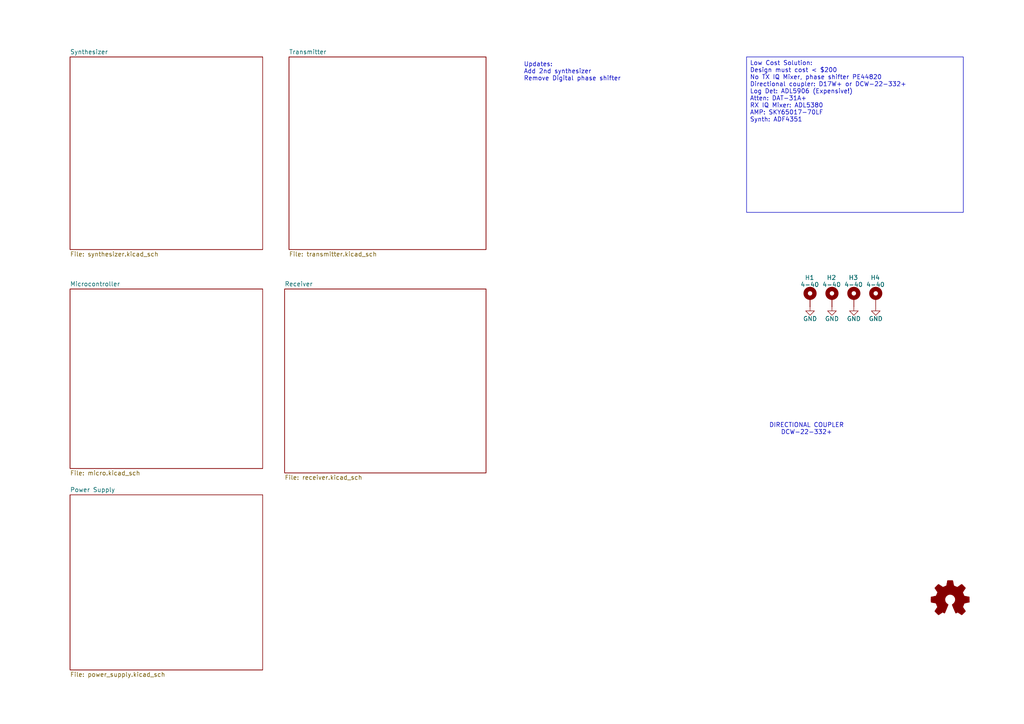
<source format=kicad_sch>
(kicad_sch (version 20231120) (generator "eeschema") (generator_version "8.0")
  (paper "A4")
  (title_block (title "openEPR S-Band Transceiver") (date "2024-03-16") (rev "v1.0") (company "openEPR") (comment 1 "Timothy Keller"))
  (lib_symbols
    (symbol "Graphic:Logo_Open_Hardware_Small" (in_bom no) (on_board no)
      (symbol "Logo_Open_Hardware_Small_0_1"
        (polyline (pts (xy 3.3528 -4.3434) (xy 3.302 -4.318) (xy 3.175 -4.2418) (xy 2.9972 -4.1148) (xy 2.7686 -3.9624) (xy 2.54 -3.81) (xy 2.3622 -3.7084) (xy 2.2352 -3.6068) (xy 2.1844 -3.5814) (xy 2.159 -3.6068) (xy 2.0574 -3.6576) (xy 1.905 -3.7338) (xy 1.8034 -3.7846) (xy 1.6764 -3.8354) (xy 1.6002 -3.8354) (xy 1.6002 -3.8354) (xy 1.5494 -3.7338) (xy 1.4732 -3.5306) (xy 1.3462 -3.302) (xy 1.2446 -3.0226) (xy 1.1176 -2.7178) (xy 0.9652 -2.413) (xy 0.8636 -2.1082) (xy 0.7366 -1.8288) (xy 0.6604 -1.6256) (xy 0.6096 -1.4732) (xy 0.5842 -1.397) (xy 0.5842 -1.397) (xy 0.6604 -1.3208) (xy 0.7874 -1.2446) (xy 1.0414 -1.016) (xy 1.2954 -0.6858) (xy 1.4478 -0.3302) (xy 1.524 0.0762) (xy 1.4732 0.4572) (xy 1.3208 0.8128) (xy 1.0668 1.143) (xy 0.762 1.3716) (xy 0.4064 1.524) (xy 0 1.5748) (xy -0.381 1.5494) (xy -0.7366 1.397) (xy -1.0668 1.143) (xy -1.2192 0.9906) (xy -1.397 0.6604) (xy -1.524 0.3048) (xy -1.524 0.2286) (xy -1.4986 -0.1778) (xy -1.397 -0.5334) (xy -1.1938 -0.8636) (xy -0.9144 -1.143) (xy -0.8636 -1.1684) (xy -0.7366 -1.27) (xy -0.635 -1.3462) (xy -0.5842 -1.397) (xy -1.0668 -2.5908) (xy -1.143 -2.794) (xy -1.2954 -3.1242) (xy -1.397 -3.4036) (xy -1.4986 -3.6322) (xy -1.5748 -3.7846) (xy -1.6002 -3.8354) (xy -1.6002 -3.8354) (xy -1.651 -3.8354) (xy -1.7272 -3.81) (xy -1.905 -3.7338) (xy -2.0066 -3.683) (xy -2.1336 -3.6068) (xy -2.2098 -3.5814) (xy -2.2606 -3.6068) (xy -2.3622 -3.683) (xy -2.54 -3.81) (xy -2.7686 -3.9624) (xy -2.9718 -4.0894) (xy -3.1496 -4.2164) (xy -3.302 -4.318) (xy -3.3528 -4.3434) (xy -3.3782 -4.3434) (xy -3.429 -4.318) (xy -3.5306 -4.2164) (xy -3.7084 -4.064) (xy -3.937 -3.8354) (xy -3.9624 -3.81) (xy -4.1656 -3.6068) (xy -4.318 -3.4544) (xy -4.4196 -3.3274) (xy -4.445 -3.2766) (xy -4.445 -3.2766) (xy -4.4196 -3.2258) (xy -4.318 -3.0734) (xy -4.2164 -2.8956) (xy -4.064 -2.667) (xy -3.6576 -2.0828) (xy -3.8862 -1.5494) (xy -3.937 -1.3716) (xy -4.0386 -1.1684) (xy -4.0894 -1.0414) (xy -4.1148 -0.9652) (xy -4.191 -0.9398) (xy -4.318 -0.9144) (xy -4.5466 -0.8636) (xy -4.8006 -0.8128) (xy -5.0546 -0.7874) (xy -5.2578 -0.7366) (xy -5.4356 -0.7112) (xy -5.5118 -0.6858) (xy -5.5118 -0.6858) (xy -5.5372 -0.635) (xy -5.5372 -0.5588) (xy -5.5372 -0.4318) (xy -5.5626 -0.2286) (xy -5.5626 0.0762) (xy -5.5626 0.127) (xy -5.5372 0.4064) (xy -5.5372 0.635) (xy -5.5372 0.762) (xy -5.5372 0.8382) (xy -5.5372 0.8382) (xy -5.461 0.8382) (xy -5.3086 0.889) (xy -5.08 0.9144) (xy -4.826 0.9652) (xy -4.8006 0.9906) (xy -4.5466 1.0414) (xy -4.318 1.0668) (xy -4.1656 1.1176) (xy -4.0894 1.143) (xy -4.0894 1.143) (xy -4.0386 1.2446) (xy -3.9624 1.4224) (xy -3.8608 1.6256) (xy -3.7846 1.8288) (xy -3.7084 2.0066) (xy -3.6576 2.159) (xy -3.6322 2.2098) (xy -3.6322 2.2098) (xy -3.683 2.286) (xy -3.7592 2.413) (xy -3.8862 2.5908) (xy -4.064 2.8194) (xy -4.064 2.8448) (xy -4.2164 3.0734) (xy -4.3434 3.2512) (xy -4.4196 3.3782) (xy -4.445 3.4544) (xy -4.445 3.4544) (xy -4.3942 3.5052) (xy -4.2926 3.6322) (xy -4.1148 3.81) (xy -3.937 4.0132) (xy -3.8608 4.064) (xy -3.6576 4.2926) (xy -3.5052 4.4196) (xy -3.4036 4.4958) (xy -3.3528 4.5212) (xy -3.3528 4.5212) (xy -3.302 4.4704) (xy -3.1496 4.3688) (xy -2.9718 4.2418) (xy -2.7432 4.0894) (xy -2.7178 4.0894) (xy -2.4892 3.937) (xy -2.3114 3.81) (xy -2.1844 3.7084) (xy -2.1336 3.683) (xy -2.1082 3.683) (xy -2.032 3.7084) (xy -1.8542 3.7592) (xy -1.6764 3.8354) (xy -1.4732 3.937) (xy -1.27 4.0132) (xy -1.143 4.064) (xy -1.0668 4.1148) (xy -1.0668 4.1148) (xy -1.0414 4.191) (xy -1.016 4.3434) (xy -0.9652 4.572) (xy -0.9144 4.8514) (xy -0.889 4.9022) (xy -0.8382 5.1562) (xy -0.8128 5.3848) (xy -0.7874 5.5372) (xy -0.762 5.588) (xy -0.7112 5.6134) (xy -0.5842 5.6134) (xy -0.4064 5.6134) (xy -0.1524 5.6134) (xy 0.0762 5.6134) (xy 0.3302 5.6134) (xy 0.5334 5.6134) (xy 0.6858 5.588) (xy 0.7366 5.588) (xy 0.7366 5.588) (xy 0.762 5.5118) (xy 0.8128 5.334) (xy 0.8382 5.1054) (xy 0.9144 4.826) (xy 0.9144 4.7752) (xy 0.9652 4.5212) (xy 1.016 4.2926) (xy 1.0414 4.1402) (xy 1.0668 4.0894) (xy 1.0668 4.0894) (xy 1.1938 4.0386) (xy 1.3716 3.9624) (xy 1.5748 3.8608) (xy 2.0828 3.6576) (xy 2.7178 4.0894) (xy 2.7686 4.1402) (xy 2.9972 4.2926) (xy 3.175 4.4196) (xy 3.302 4.4958) (xy 3.3782 4.5212) (xy 3.3782 4.5212) (xy 3.429 4.4704) (xy 3.556 4.3434) (xy 3.7338 4.191) (xy 3.9116 3.9878) (xy 4.064 3.8354) (xy 4.2418 3.6576) (xy 4.3434 3.556) (xy 4.4196 3.4798) (xy 4.4196 3.429) (xy 4.4196 3.4036) (xy 4.3942 3.3274) (xy 4.2926 3.2004) (xy 4.1656 2.9972) (xy 4.0132 2.794) (xy 3.8862 2.5908) (xy 3.7592 2.3876) (xy 3.6576 2.2352) (xy 3.6322 2.159) (xy 3.6322 2.1336) (xy 3.683 2.0066) (xy 3.7592 1.8288) (xy 3.8608 1.6002) (xy 4.064 1.1176) (xy 4.3942 1.0414) (xy 4.5974 1.016) (xy 4.8768 0.9652) (xy 5.1308 0.9144) (xy 5.5372 0.8382) (xy 5.5626 -0.6604) (xy 5.4864 -0.6858) (xy 5.4356 -0.6858) (xy 5.2832 -0.7366) (xy 5.0546 -0.762) (xy 4.8006 -0.8128) (xy 4.5974 -0.8636) (xy 4.3688 -0.9144) (xy 4.2164 -0.9398) (xy 4.1402 -0.9398) (xy 4.1148 -0.9652) (xy 4.064 -1.0668) (xy 3.9878 -1.2446) (xy 3.9116 -1.4478) (xy 3.81 -1.651) (xy 3.7338 -1.8542) (xy 3.683 -2.0066) (xy 3.6576 -2.0828) (xy 3.683 -2.1336) (xy 3.7846 -2.2606) (xy 3.8862 -2.4638) (xy 4.0386 -2.667) (xy 4.191 -2.8956) (xy 4.318 -3.0734) (xy 4.3942 -3.2004) (xy 4.445 -3.2766) (xy 4.4196 -3.3274) (xy 4.3434 -3.429) (xy 4.1656 -3.5814) (xy 3.937 -3.8354) (xy 3.8862 -3.8608) (xy 3.683 -4.064) (xy 3.5306 -4.2164) (xy 3.4036 -4.318) (xy 3.3528 -4.3434)) (fill (type outline)))
      )
    )
    (symbol "Mechanical:MountingHole_Pad" (pin_numbers hide) (pin_names (offset 1.016) hide)
      (property "Reference" "H" (at 0 6.35 0))
      (property "Value" "MountingHole_Pad" (at 0 4.445 0))
      (symbol "MountingHole_Pad_0_1"
        (circle (center 0 1.27) (radius 1.27) (stroke (width 1.27)))
      )
      (symbol "MountingHole_Pad_1_1"
        (pin input line (at 0 -2.54 90) (length 2.54) (name "1") (number "1"))
      )
    )
    (symbol "power:GND" (power) (pin_numbers hide) (pin_names (offset 0) hide)
      (property "Value" "GND" (at 0 -3.81 0))
      (symbol "GND_0_1"
        (polyline (pts (xy 0 0) (xy 0 -1.27) (xy 1.27 -1.27) (xy 0 -2.54) (xy -1.27 -1.27) (xy 0 -1.27)))
      )
      (symbol "GND_1_1"
        (pin power_in line (at 0 0 270) (length 0) (name "~") (number "1"))
      )
    )
  )
  (text_box "Low Cost Solution:\nDesign must cost < $200\nNo TX IQ Mixer, phase shifter PE44820\nDirectional coupler: D17W+ or DCW-22-332+\nLog Det: ADL5906 (Expensive!)\nAtten: DAT-31A+\nRX IQ Mixer: ADL5380\nAMP: SKY65017-70LF\nSynth: ADF4351\n\n\n\n\n\n" (at 216.535 16.51 0) (size 62.865 45.085) (effects (font (size 1.27 1.27)) (justify left top)))
  (text "Updates:\nAdd 2nd synthesizer\nRemove Digital phase shifter\n" (at 151.892 20.828 0) (effects (font (size 1.27 1.27)) (justify left)))
  (text "DIRECTIONAL COUPLER\nDCW-22-332+\n" (at 233.934 124.46 0) (effects (font (size 1.27 1.27))))
  (symbol (lib_id "Mechanical:MountingHole_Pad") (at 254 86.36 0) (unit 1)
    (property "Reference" "H4" (at 252.476 80.518 0) (effects (justify left)))
    (property "Value" "4-40" (at 251.206 82.55 0) (effects (justify left)))
    (property "Footprint" "B12T_MountingHole:4-40_Hole_Pad" (effects (hide yes)))
    (property "Description" "Mounting Hole with connection" (effects (hide yes)))
  )
  (symbol (lib_id "Graphic:Logo_Open_Hardware_Small") (at 275.59 173.99 0) (unit 1) (exclude_from_sim yes) (in_bom no)
    (property "Reference" "#SYM1" (effects (hide yes)))
    (property "Value" "Logo_Open_Hardware_Small" (effects (hide yes)))
    (property "Footprint" "Symbol:OSHW-Symbol_6.7x6mm_SilkScreen" (effects (hide yes)))
    (property "Description" "Open Hardware logo, small" (effects (hide yes)))
  )
  (symbol (lib_id "power:GND") (at 254 88.9 0) (unit 1)
    (property "Reference" "#PWR0142" (effects (hide yes)))
    (property "Value" "GND" (at 254 92.456 0))
    (property "Description" "Power symbol creates a global label with name \"GND\" , ground" (effects (hide yes)))
  )
  (symbol (lib_id "power:GND") (at 234.95 88.9 0) (unit 1)
    (property "Reference" "#PWR0139" (effects (hide yes)))
    (property "Value" "GND" (at 234.95 92.456 0))
    (property "Description" "Power symbol creates a global label with name \"GND\" , ground" (effects (hide yes)))
  )
  (symbol (lib_id "Mechanical:MountingHole_Pad") (at 234.95 86.36 0) (unit 1)
    (property "Reference" "H1" (at 233.426 80.518 0) (effects (justify left)))
    (property "Value" "4-40" (at 232.156 82.55 0) (effects (justify left)))
    (property "Footprint" "B12T_MountingHole:4-40_Hole_Pad" (effects (hide yes)))
    (property "Description" "Mounting Hole with connection" (effects (hide yes)))
  )
  (symbol (lib_id "Mechanical:MountingHole_Pad") (at 241.3 86.36 0) (unit 1)
    (property "Reference" "H2" (at 239.776 80.518 0) (effects (justify left)))
    (property "Value" "4-40" (at 238.506 82.55 0) (effects (justify left)))
    (property "Footprint" "B12T_MountingHole:4-40_Hole_Pad" (effects (hide yes)))
    (property "Description" "Mounting Hole with connection" (effects (hide yes)))
  )
  (symbol (lib_id "power:GND") (at 247.65 88.9 0) (unit 1)
    (property "Reference" "#PWR0141" (effects (hide yes)))
    (property "Value" "GND" (at 247.65 92.456 0))
    (property "Description" "Power symbol creates a global label with name \"GND\" , ground" (effects (hide yes)))
  )
  (symbol (lib_id "Mechanical:MountingHole_Pad") (at 247.65 86.36 0) (unit 1)
    (property "Reference" "H3" (at 246.126 80.518 0) (effects (justify left)))
    (property "Value" "4-40" (at 244.856 82.55 0) (effects (justify left)))
    (property "Footprint" "B12T_MountingHole:4-40_Hole_Pad" (effects (hide yes)))
    (property "Description" "Mounting Hole with connection" (effects (hide yes)))
  )
  (symbol (lib_id "power:GND") (at 241.3 88.9 0) (unit 1)
    (property "Reference" "#PWR0140" (effects (hide yes)))
    (property "Value" "GND" (at 241.3 92.456 0))
    (property "Description" "Power symbol creates a global label with name \"GND\" , ground" (effects (hide yes)))
  )
  (sheet (at 20.32 83.82) (size 55.88 52.07) (stroke (width 0.1524))
    (property "Sheetname" "Microcontroller" (at 20.32 83.1084 0) (effects (justify left bottom)))
    (property "Sheetfile" "micro.kicad_sch" (at 20.32 136.4746 0) (effects (justify left top)))
  )
  (sheet (at 20.32 16.51) (size 55.88 55.88) (stroke (width 0.1524))
    (property "Sheetname" "Synthesizer" (at 20.32 15.7984 0) (effects (justify left bottom)))
    (property "Sheetfile" "synthesizer.kicad_sch" (at 20.32 72.9746 0) (effects (justify left top)))
  )
  (sheet (at 20.32 143.51) (size 55.88 50.8) (stroke (width 0.1524))
    (property "Sheetname" "Power Supply" (at 20.32 142.7984 0) (effects (justify left bottom)))
    (property "Sheetfile" "power_supply.kicad_sch" (at 20.32 194.8946 0) (effects (justify left top)))
  )
  (sheet (at 83.82 16.51) (size 57.15 55.88) (stroke (width 0.1524))
    (property "Sheetname" "Transmitter" (at 83.82 15.7984 0) (effects (justify left bottom)))
    (property "Sheetfile" "transmitter.kicad_sch" (at 83.82 72.9746 0) (effects (justify left top)))
  )
  (sheet (at 82.55 83.82) (size 58.42 53.34) (stroke (width 0.1524))
    (property "Sheetname" "Receiver" (at 82.55 83.1084 0) (effects (justify left bottom)))
    (property "Sheetfile" "receiver.kicad_sch" (at 82.55 137.7446 0) (effects (justify left top)))
  )
)
</source>
